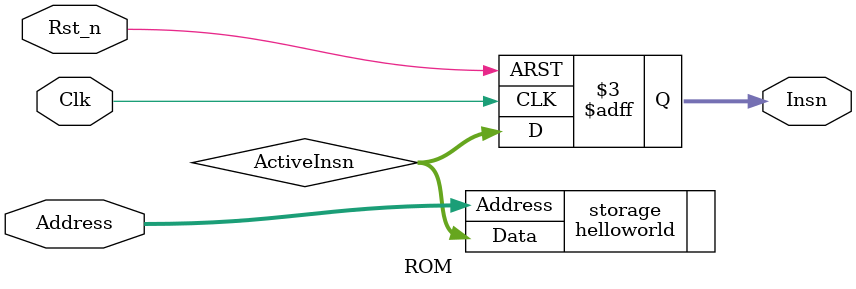
<source format=sv>
module ROM(Clk, Rst_n, Address, Insn);

parameter AddressSize=16;

input wire Clk;
input wire Rst_n;

input wire [AddressSize-1:0] Address;
output reg[3:0] Insn;

//wire [AddressSize-3:0] AddressRom = Address[AddressSize-1:2];

//wire [15:0] StorageData;
wire [3:0] ActiveInsn ;/*Address[1] ? 
            (Address[0]? StorageData[15:12] : StorageData[11:8]):
            (Address[0]? StorageData[7:4] : StorageData[3:0]);*/

helloworld storage(.Address(Address),
                    .Data(ActiveInsn));


always @(posedge Clk, negedge Rst_n)
    if (~Rst_n)
        Insn <= {4'b0000};
    else
        Insn <= ActiveInsn;

endmodule


</source>
